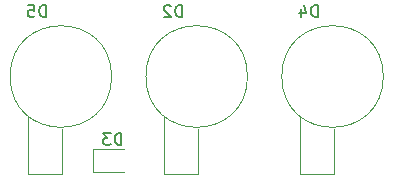
<source format=gbr>
%TF.GenerationSoftware,KiCad,Pcbnew,(6.0.0)*%
%TF.CreationDate,2022-11-21T18:04:57+01:00*%
%TF.ProjectId,fanali_coda_treno,66616e61-6c69-45f6-936f-64615f747265,rev?*%
%TF.SameCoordinates,Original*%
%TF.FileFunction,Legend,Bot*%
%TF.FilePolarity,Positive*%
%FSLAX46Y46*%
G04 Gerber Fmt 4.6, Leading zero omitted, Abs format (unit mm)*
G04 Created by KiCad (PCBNEW (6.0.0)) date 2022-11-21 18:04:57*
%MOMM*%
%LPD*%
G01*
G04 APERTURE LIST*
%ADD10C,0.150000*%
%ADD11C,0.120000*%
G04 APERTURE END LIST*
D10*
%TO.C,D3*%
X24238095Y-28672380D02*
X24238095Y-27672380D01*
X24000000Y-27672380D01*
X23857142Y-27720000D01*
X23761904Y-27815238D01*
X23714285Y-27910476D01*
X23666666Y-28100952D01*
X23666666Y-28243809D01*
X23714285Y-28434285D01*
X23761904Y-28529523D01*
X23857142Y-28624761D01*
X24000000Y-28672380D01*
X24238095Y-28672380D01*
X23333333Y-27672380D02*
X22714285Y-27672380D01*
X23047619Y-28053333D01*
X22904761Y-28053333D01*
X22809523Y-28100952D01*
X22761904Y-28148571D01*
X22714285Y-28243809D01*
X22714285Y-28481904D01*
X22761904Y-28577142D01*
X22809523Y-28624761D01*
X22904761Y-28672380D01*
X23190476Y-28672380D01*
X23285714Y-28624761D01*
X23333333Y-28577142D01*
%TO.C,D2*%
X29363095Y-17832380D02*
X29363095Y-16832380D01*
X29125000Y-16832380D01*
X28982142Y-16880000D01*
X28886904Y-16975238D01*
X28839285Y-17070476D01*
X28791666Y-17260952D01*
X28791666Y-17403809D01*
X28839285Y-17594285D01*
X28886904Y-17689523D01*
X28982142Y-17784761D01*
X29125000Y-17832380D01*
X29363095Y-17832380D01*
X28410714Y-16927619D02*
X28363095Y-16880000D01*
X28267857Y-16832380D01*
X28029761Y-16832380D01*
X27934523Y-16880000D01*
X27886904Y-16927619D01*
X27839285Y-17022857D01*
X27839285Y-17118095D01*
X27886904Y-17260952D01*
X28458333Y-17832380D01*
X27839285Y-17832380D01*
%TO.C,D4*%
X40863095Y-17832380D02*
X40863095Y-16832380D01*
X40625000Y-16832380D01*
X40482142Y-16880000D01*
X40386904Y-16975238D01*
X40339285Y-17070476D01*
X40291666Y-17260952D01*
X40291666Y-17403809D01*
X40339285Y-17594285D01*
X40386904Y-17689523D01*
X40482142Y-17784761D01*
X40625000Y-17832380D01*
X40863095Y-17832380D01*
X39434523Y-17165714D02*
X39434523Y-17832380D01*
X39672619Y-16784761D02*
X39910714Y-17499047D01*
X39291666Y-17499047D01*
%TO.C,D5*%
X17843095Y-17832380D02*
X17843095Y-16832380D01*
X17605000Y-16832380D01*
X17462142Y-16880000D01*
X17366904Y-16975238D01*
X17319285Y-17070476D01*
X17271666Y-17260952D01*
X17271666Y-17403809D01*
X17319285Y-17594285D01*
X17366904Y-17689523D01*
X17462142Y-17784761D01*
X17605000Y-17832380D01*
X17843095Y-17832380D01*
X16366904Y-16832380D02*
X16843095Y-16832380D01*
X16890714Y-17308571D01*
X16843095Y-17260952D01*
X16747857Y-17213333D01*
X16509761Y-17213333D01*
X16414523Y-17260952D01*
X16366904Y-17308571D01*
X16319285Y-17403809D01*
X16319285Y-17641904D01*
X16366904Y-17737142D01*
X16414523Y-17784761D01*
X16509761Y-17832380D01*
X16747857Y-17832380D01*
X16843095Y-17784761D01*
X16890714Y-17737142D01*
D11*
%TO.C,D3*%
X21815000Y-29040000D02*
X24500000Y-29040000D01*
X21815000Y-30960000D02*
X21815000Y-29040000D01*
X24500000Y-30960000D02*
X21815000Y-30960000D01*
%TO.C,D2*%
X30752000Y-27325000D02*
X30752000Y-31135000D01*
X27831000Y-31135000D02*
X27831000Y-26309000D01*
X30752000Y-31135000D02*
X27831000Y-31135000D01*
X34925000Y-22880000D02*
G75*
G03*
X34925000Y-22880000I-4300000J0D01*
G01*
%TO.C,D4*%
X42252000Y-27325000D02*
X42252000Y-31135000D01*
X42252000Y-31135000D02*
X39331000Y-31135000D01*
X39331000Y-31135000D02*
X39331000Y-26309000D01*
X46425000Y-22880000D02*
G75*
G03*
X46425000Y-22880000I-4300000J0D01*
G01*
%TO.C,D5*%
X19252000Y-27325000D02*
X19252000Y-31135000D01*
X16331000Y-31135000D02*
X16331000Y-26309000D01*
X19252000Y-31135000D02*
X16331000Y-31135000D01*
X23425000Y-22880000D02*
G75*
G03*
X23425000Y-22880000I-4300000J0D01*
G01*
%TD*%
M02*

</source>
